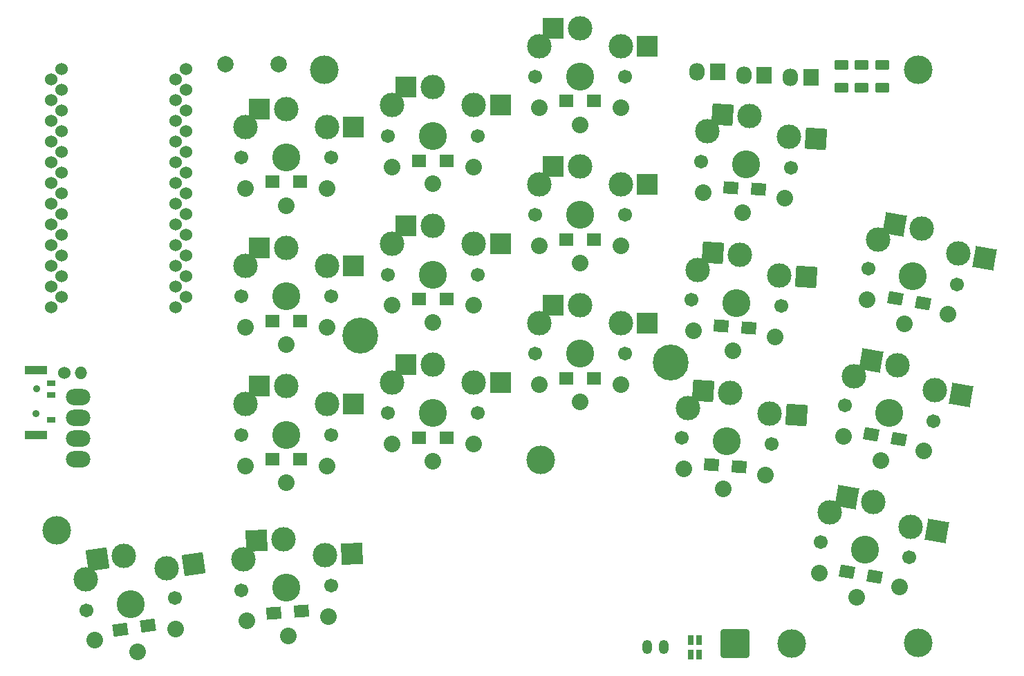
<source format=gbs>
G04 #@! TF.GenerationSoftware,KiCad,Pcbnew,7.0.5*
G04 #@! TF.CreationDate,2023-06-08T22:56:43+10:00*
G04 #@! TF.ProjectId,Klotz,4b6c6f74-7a2e-46b6-9963-61645f706362,0.2*
G04 #@! TF.SameCoordinates,Original*
G04 #@! TF.FileFunction,Soldermask,Bot*
G04 #@! TF.FilePolarity,Negative*
%FSLAX46Y46*%
G04 Gerber Fmt 4.6, Leading zero omitted, Abs format (unit mm)*
G04 Created by KiCad (PCBNEW 7.0.5) date 2023-06-08 22:56:43*
%MOMM*%
%LPD*%
G01*
G04 APERTURE LIST*
G04 Aperture macros list*
%AMRoundRect*
0 Rectangle with rounded corners*
0 $1 Rounding radius*
0 $2 $3 $4 $5 $6 $7 $8 $9 X,Y pos of 4 corners*
0 Add a 4 corners polygon primitive as box body*
4,1,4,$2,$3,$4,$5,$6,$7,$8,$9,$2,$3,0*
0 Add four circle primitives for the rounded corners*
1,1,$1+$1,$2,$3*
1,1,$1+$1,$4,$5*
1,1,$1+$1,$6,$7*
1,1,$1+$1,$8,$9*
0 Add four rect primitives between the rounded corners*
20,1,$1+$1,$2,$3,$4,$5,0*
20,1,$1+$1,$4,$5,$6,$7,0*
20,1,$1+$1,$6,$7,$8,$9,0*
20,1,$1+$1,$8,$9,$2,$3,0*%
%AMRotRect*
0 Rectangle, with rotation*
0 The origin of the aperture is its center*
0 $1 length*
0 $2 width*
0 $3 Rotation angle, in degrees counterclockwise*
0 Add horizontal line*
21,1,$1,$2,0,0,$3*%
G04 Aperture macros list end*
%ADD10O,1.905000X2.159000*%
%ADD11R,1.905000X2.159000*%
%ADD12R,1.800000X1.500000*%
%ADD13C,1.701800*%
%ADD14C,3.000000*%
%ADD15C,3.429000*%
%ADD16R,2.600000X2.600000*%
%ADD17C,2.032000*%
%ADD18RotRect,1.800000X1.500000X350.000000*%
%ADD19C,2.000000*%
%ADD20RotRect,2.600000X2.600000X350.000000*%
%ADD21RoundRect,0.250000X0.625000X-0.375000X0.625000X0.375000X-0.625000X0.375000X-0.625000X-0.375000X0*%
%ADD22C,4.400000*%
%ADD23O,3.000000X2.000000*%
%ADD24C,1.524000*%
%ADD25O,1.524000X1.524000*%
%ADD26O,1.200000X1.750000*%
%ADD27RotRect,2.600000X2.600000X356.000000*%
%ADD28C,3.500000*%
%ADD29RotRect,2.600000X2.600000X8.000000*%
%ADD30RotRect,1.800000X1.500000X356.000000*%
%ADD31RotRect,1.800000X1.500000X8.000000*%
%ADD32RotRect,1.800000X1.500000X4.000000*%
%ADD33C,0.900000*%
%ADD34R,1.000000X0.700000*%
%ADD35R,2.800000X1.000000*%
%ADD36RotRect,2.600000X2.600000X3.000000*%
%ADD37R,0.635000X1.143000*%
%ADD38RoundRect,0.250002X-1.499998X-1.499998X1.499998X-1.499998X1.499998X1.499998X-1.499998X1.499998X0*%
G04 APERTURE END LIST*
D10*
X178719019Y-58478792D03*
D11*
X181243019Y-58478792D03*
D12*
X151270000Y-61380000D03*
X154670000Y-61380000D03*
X133220000Y-102670000D03*
X136620000Y-102670000D03*
D13*
X147444862Y-58365117D03*
D14*
X147944862Y-54615117D03*
X152944862Y-52415117D03*
D15*
X152944862Y-58365117D03*
D14*
X157944862Y-54615117D03*
D13*
X158444862Y-58365117D03*
D16*
X149669862Y-52415117D03*
D17*
X152944862Y-64265117D03*
X147944862Y-62165117D03*
X157944862Y-62165117D03*
D16*
X161219862Y-54615117D03*
D18*
X191611654Y-85569596D03*
X194960000Y-86160000D03*
D10*
X173004504Y-58168721D03*
D11*
X175528504Y-58168721D03*
D19*
X109570000Y-56820000D03*
X116070000Y-56820000D03*
D13*
X182419621Y-115409183D03*
D14*
X183563206Y-111802978D03*
X188869271Y-110504642D03*
D15*
X187836064Y-116364248D03*
D14*
X193411283Y-113539460D03*
D13*
X193252507Y-117319313D03*
D20*
X185644025Y-109935944D03*
D17*
X186811540Y-122174614D03*
X182252162Y-119238277D03*
X192100240Y-120974758D03*
D20*
X196636529Y-114108158D03*
D21*
X189975000Y-59750000D03*
X189975000Y-56950000D03*
D13*
X129452431Y-99641867D03*
D14*
X129952431Y-95891867D03*
X134952431Y-93691867D03*
D15*
X134952431Y-99641867D03*
D14*
X139952431Y-95891867D03*
D13*
X140452431Y-99641867D03*
D16*
X131677431Y-93691867D03*
D17*
X134952431Y-105541867D03*
X129952431Y-103441867D03*
X139952431Y-103441867D03*
D16*
X143227431Y-95891867D03*
D12*
X115290000Y-88370000D03*
X118690000Y-88370000D03*
X133220000Y-85670000D03*
X136620000Y-85670000D03*
D22*
X126072491Y-90139683D03*
X164027509Y-93460317D03*
D23*
X91500000Y-97700000D03*
X91500000Y-100240000D03*
X91500000Y-102780000D03*
X91500000Y-105320000D03*
D24*
X89850000Y-94700000D03*
D25*
X91850000Y-94700000D03*
D26*
X163225000Y-128350000D03*
X161225000Y-128350000D03*
D13*
X165450692Y-102680303D03*
D14*
X166211061Y-98974316D03*
X171352345Y-97128458D03*
D15*
X170937294Y-103063964D03*
D14*
X176186701Y-99671881D03*
D13*
X176423896Y-103447625D03*
D27*
X168085323Y-96900005D03*
D17*
X170525731Y-108949592D03*
X165684399Y-106505925D03*
X175660040Y-107203490D03*
D27*
X179453723Y-99900334D03*
D28*
X194398013Y-57553692D03*
D18*
X185685827Y-119064798D03*
X189034173Y-119655202D03*
D13*
X147444862Y-75334448D03*
D14*
X147944862Y-71584448D03*
X152944862Y-69384448D03*
D15*
X152944862Y-75334448D03*
D14*
X157944862Y-71584448D03*
D13*
X158444862Y-75334448D03*
D16*
X149669862Y-69384448D03*
D17*
X152944862Y-81234448D03*
X147944862Y-79134448D03*
X157944862Y-79134448D03*
D16*
X161219862Y-71584448D03*
D28*
X148182160Y-105392393D03*
D13*
X167814407Y-68776914D03*
D14*
X168574776Y-65070927D03*
X173716060Y-63225069D03*
D15*
X173301009Y-69160575D03*
D14*
X178550416Y-65768492D03*
D13*
X178787611Y-69544236D03*
D27*
X170449038Y-62996616D03*
D17*
X172889446Y-75046203D03*
X168048114Y-72602536D03*
X178023755Y-73300101D03*
D27*
X181817438Y-65996945D03*
D13*
X166614904Y-85746250D03*
D14*
X167375273Y-82040263D03*
X172516557Y-80194405D03*
D15*
X172101506Y-86129911D03*
D14*
X177350913Y-82737828D03*
D13*
X177588108Y-86513572D03*
D27*
X169249535Y-79965952D03*
D17*
X171689943Y-92015539D03*
X166848611Y-89571872D03*
X176824252Y-90269437D03*
D27*
X180617935Y-82966281D03*
D13*
X147444862Y-92339060D03*
D14*
X147944862Y-88589060D03*
X152944862Y-86389060D03*
D15*
X152944862Y-92339060D03*
D14*
X157944862Y-88589060D03*
D13*
X158444862Y-92339060D03*
D16*
X149669862Y-86389060D03*
D17*
X152944862Y-98239060D03*
X147944862Y-96139060D03*
X157944862Y-96139060D03*
D16*
X161219862Y-88589060D03*
D13*
X92497995Y-123797487D03*
D14*
X92471230Y-120014395D03*
X97116389Y-117139940D03*
D15*
X97944469Y-123032035D03*
D14*
X102373910Y-118622664D03*
D13*
X103390943Y-122266583D03*
D29*
X93873261Y-117595732D03*
D17*
X98765590Y-128874617D03*
X93521986Y-127490919D03*
X103424667Y-126099188D03*
D29*
X105617038Y-118166872D03*
D12*
X151270000Y-78380000D03*
X154670000Y-78380000D03*
D28*
X88900000Y-114030000D03*
D30*
X170228282Y-88972828D03*
X173620000Y-89210000D03*
D13*
X111460000Y-102287813D03*
D14*
X111960000Y-98537813D03*
X116960000Y-96337813D03*
D15*
X116960000Y-102287813D03*
D14*
X121960000Y-98537813D03*
D13*
X122460000Y-102287813D03*
D16*
X113685000Y-96337813D03*
D17*
X116960000Y-108187813D03*
X111960000Y-106087813D03*
X121960000Y-106087813D03*
D16*
X125235000Y-98537813D03*
D21*
X187475000Y-59750000D03*
X187475000Y-56950000D03*
D18*
X188637481Y-102274394D03*
X191985827Y-102864798D03*
D12*
X151270000Y-95380000D03*
X154670000Y-95380000D03*
D31*
X96683088Y-126153188D03*
X100050000Y-125680000D03*
D32*
X115438282Y-124157172D03*
X118830000Y-123920000D03*
D13*
X188311267Y-81929145D03*
D14*
X189454852Y-78322940D03*
X194760917Y-77024604D03*
D15*
X193727710Y-82884210D03*
D14*
X199302929Y-80059422D03*
D13*
X199144153Y-83839275D03*
D20*
X191535671Y-76455906D03*
D17*
X192703186Y-88694576D03*
X188143808Y-85758239D03*
X197991886Y-87494720D03*
D20*
X202528175Y-80628120D03*
D28*
X121652143Y-57553692D03*
D12*
X133220000Y-68670000D03*
X136620000Y-68670000D03*
D13*
X111460000Y-85318484D03*
D14*
X111960000Y-81568484D03*
X116960000Y-79368484D03*
D15*
X116960000Y-85318484D03*
D14*
X121960000Y-81568484D03*
D13*
X122460000Y-85318484D03*
D16*
X113685000Y-79368484D03*
D17*
X116960000Y-91218484D03*
X111960000Y-89118484D03*
X121960000Y-89118484D03*
D16*
X125235000Y-81568484D03*
D33*
X86375000Y-99685000D03*
X86425000Y-96685000D03*
D34*
X88225000Y-100435000D03*
X88225000Y-97435000D03*
X88225000Y-95935000D03*
D35*
X86325000Y-94335000D03*
X86325000Y-102285000D03*
D13*
X129452431Y-65632647D03*
D14*
X129952431Y-61882647D03*
X134952431Y-59682647D03*
D15*
X134952431Y-65632647D03*
D14*
X139952431Y-61882647D03*
D13*
X140452431Y-65632647D03*
D16*
X131677431Y-59682647D03*
D17*
X134952431Y-71532647D03*
X129952431Y-69432647D03*
X139952431Y-69432647D03*
D16*
X143227431Y-61882647D03*
D12*
X115290000Y-105270000D03*
X118690000Y-105270000D03*
X115290000Y-71270000D03*
X118690000Y-71270000D03*
D30*
X171428282Y-71972828D03*
X174820000Y-72210000D03*
D13*
X111460000Y-68313872D03*
D14*
X111960000Y-64563872D03*
X116960000Y-62363872D03*
D15*
X116960000Y-68313872D03*
D14*
X121960000Y-64563872D03*
D13*
X122460000Y-68313872D03*
D16*
X113685000Y-62363872D03*
D17*
X116960000Y-74213872D03*
X111960000Y-72113872D03*
X121960000Y-72113872D03*
D16*
X125235000Y-64563872D03*
D13*
X111467538Y-121344243D03*
D14*
X111770592Y-117573214D03*
X116648601Y-115114549D03*
D15*
X116960000Y-121056395D03*
D14*
X121756888Y-117049854D03*
D13*
X122452462Y-120768547D03*
D36*
X113378089Y-115285950D03*
D17*
X117268782Y-126948309D03*
X112165729Y-125112867D03*
X122152024Y-124589507D03*
D36*
X125027400Y-116878454D03*
D28*
X194398013Y-127759458D03*
D13*
X129452431Y-82637259D03*
D14*
X129952431Y-78887259D03*
X134952431Y-76687259D03*
D15*
X134952431Y-82637259D03*
D14*
X139952431Y-78887259D03*
D13*
X140452431Y-82637259D03*
D16*
X131677431Y-76687259D03*
D17*
X134952431Y-88537259D03*
X129952431Y-86437259D03*
X139952431Y-86437259D03*
D16*
X143227431Y-78887259D03*
D24*
X88172500Y-58710000D03*
X104718900Y-57440000D03*
X88172500Y-61250000D03*
X104718900Y-59980000D03*
X88172500Y-63790000D03*
X104718900Y-62520000D03*
X88172500Y-66330000D03*
X104718900Y-65060000D03*
X88172500Y-68870000D03*
X104718900Y-67600000D03*
X88172500Y-71410000D03*
X104718900Y-70140000D03*
X88172500Y-73950000D03*
X104718900Y-72680000D03*
X88172500Y-76490000D03*
X104718900Y-75220000D03*
X88172500Y-79030000D03*
X104718900Y-77760000D03*
X88172500Y-81570000D03*
X104718900Y-80300000D03*
X88172500Y-84110000D03*
X104718900Y-82840000D03*
X88172500Y-86650000D03*
X104718900Y-85380000D03*
X89498900Y-85380000D03*
X103412500Y-86650000D03*
X89498900Y-82840000D03*
X103412500Y-84110000D03*
X89498900Y-80300000D03*
X103412500Y-81570000D03*
X89498900Y-77760000D03*
X103412500Y-79030000D03*
X89498900Y-75220000D03*
X103412500Y-76490000D03*
X89498900Y-72680000D03*
X103412500Y-73950000D03*
X89498900Y-70140000D03*
X103412500Y-71410000D03*
X89498900Y-67600000D03*
X103412500Y-68870000D03*
X89498900Y-65060000D03*
X103412500Y-66330000D03*
X89498900Y-62520000D03*
X103412500Y-63790000D03*
X89498900Y-59980000D03*
X103412500Y-61250000D03*
X89498900Y-57440000D03*
X103412500Y-58710000D03*
D30*
X169032423Y-105954242D03*
X172424141Y-106191414D03*
D10*
X167261254Y-57800649D03*
D11*
X169785254Y-57800649D03*
D21*
X184975000Y-59750000D03*
X184975000Y-56950000D03*
D13*
X185383080Y-98686802D03*
D14*
X186526665Y-95080597D03*
X191832730Y-93782261D03*
D15*
X190799523Y-99641867D03*
D14*
X196374742Y-96817079D03*
D13*
X196215966Y-100596932D03*
D20*
X188607484Y-93213563D03*
D17*
X189774999Y-105452233D03*
X185215621Y-102515896D03*
X195063699Y-104252377D03*
D20*
X199599988Y-97385777D03*
D37*
X166524620Y-129250000D03*
X167525380Y-129250000D03*
D38*
X171900000Y-127875000D03*
D28*
X178900000Y-127875000D03*
D37*
X166524620Y-127475000D03*
X167525380Y-127475000D03*
M02*

</source>
